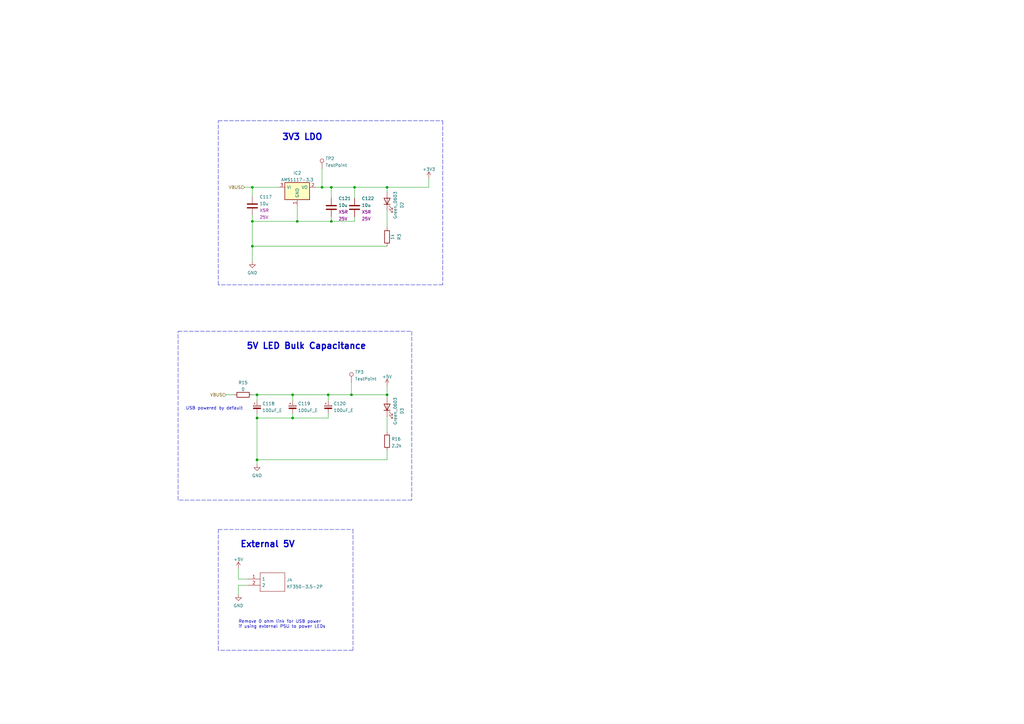
<source format=kicad_sch>
(kicad_sch (version 20211123) (generator eeschema)
  (paper "A3")
  (title_block (title "Masa") (date "2022-12-23") (rev "A"))
  (lib_symbols
    (symbol "Capacitor_JLC:100uF_E" (pin_numbers hide) (pin_names (offset 0.254) hide)
      (property "Reference" "C" (at 0.254 1.778 0))
      (property "Value" "100uF_E" (at 0.254 -2.032 0))
      (symbol "100uF_E_0_1"
        (rectangle (start -1.524 -0.3048) (end 1.524 -0.6858) (fill (type outline)))
        (rectangle (start -1.524 0.6858) (end 1.524 0.3048))
        (polyline (pts (xy -1.27 1.524) (xy -0.762 1.524)))
        (polyline (pts (xy -1.016 1.27) (xy -1.016 1.778)))
      )
      (symbol "100uF_E_1_1"
        (pin passive line (at 0 2.54 270) (length 1.8542) (name "~") (number "1"))
        (pin passive line (at 0 -2.54 90) (length 1.8542) (name "~") (number "2"))
      )
    )
    (symbol "Capacitor_JLC:10u" (pin_numbers hide) (pin_names (offset 0.254))
      (property "Reference" "C" (at 0.635 2.54 0))
      (property "Value" "10u" (at 0.635 -2.54 0))
      (property "Type" "X5R" (at 5.08 2.54 0))
      (property "Voltage" "25V" (at 5.08 0 0))
      (symbol "10u_0_1"
        (polyline (pts (xy -2.032 -0.762) (xy 2.032 -0.762)) (stroke (width 0.508)))
        (polyline (pts (xy -2.032 0.762) (xy 2.032 0.762)) (stroke (width 0.508)))
      )
      (symbol "10u_1_1"
        (pin passive line (at 0 3.81 270) (length 2.794) (name "~") (number "1"))
        (pin passive line (at 0 -3.81 90) (length 2.794) (name "~") (number "2"))
      )
    )
    (symbol "Connector:TestPoint" (pin_numbers hide) (pin_names (offset 0.762) hide)
      (property "Reference" "TP" (at 0 6.858 0))
      (property "Value" "TestPoint" (at 0 5.08 0))
      (symbol "TestPoint_0_1"
        (circle (center 0 3.302) (radius 0.762))
      )
      (symbol "TestPoint_1_1"
        (pin passive line (at 0 0 90) (length 2.54) (name "1") (number "1"))
      )
    )
    (symbol "Connector_JLC:KF350-3.5-2P" (pin_names (offset 0.762))
      (property "Reference" "J" (at 16.51 7.62 0))
      (property "Value" "KF350-3.5-2P" (at 16.51 5.08 0))
      (symbol "KF350-3.5-2P_0_0"
        (pin passive line (at 0 0 0) (length 5.08) (name "1") (number "1"))
        (pin passive line (at 0 -2.54 0) (length 5.08) (name "2") (number "2"))
      )
      (symbol "KF350-3.5-2P_0_1"
        (polyline (pts (xy 5.08 2.54) (xy 15.24 2.54) (xy 15.24 -5.08) (xy 5.08 -5.08) (xy 5.08 2.54)) (stroke (width 0.1524)))
      )
    )
    (symbol "Diode_JLC:Green_0603" (pin_numbers hide) (pin_names (offset 1.016) hide)
      (property "Reference" "D" (at 0 5.08 0))
      (property "Value" "Green_0603" (at 0 3.175 0))
      (symbol "Green_0603_0_1"
        (polyline (pts (xy -1.27 -1.27) (xy -1.27 1.27)) (stroke (width 0.254)))
        (polyline (pts (xy -1.27 0) (xy 1.27 0)))
        (polyline (pts (xy 1.27 -1.27) (xy 1.27 1.27) (xy -1.27 0) (xy 1.27 -1.27)) (stroke (width 0.254)))
        (polyline (pts (xy -3.048 -0.762) (xy -4.572 -2.286) (xy -3.81 -2.286) (xy -4.572 -2.286) (xy -4.572 -1.524)))
        (polyline (pts (xy -1.778 -0.762) (xy -3.302 -2.286) (xy -2.54 -2.286) (xy -3.302 -2.286) (xy -3.302 -1.524)))
      )
      (symbol "Green_0603_1_1"
        (pin passive line (at -3.81 0 0) (length 2.54) (name "K") (number "1"))
        (pin passive line (at 3.81 0 180) (length 2.54) (name "A") (number "2"))
      )
    )
    (symbol "Power-Drivers_JLC:AMS1117-3.3" (pin_names (offset 0.762))
      (property "Reference" "IC" (at 46.99 7.62 0))
      (property "Value" "AMS1117-3.3" (at 41.91 2.54 0))
      (symbol "AMS1117-3.3_0_1"
        (rectangle (start 4.445 -0.635) (end 14.605 6.35) (stroke (width 0.254)) (fill (type background)))
      )
      (symbol "AMS1117-3.3_1_1"
        (pin power_in line (at 9.525 -3.175 90) (length 2.54) (name "GND") (number "1"))
        (pin power_out line (at 17.145 4.445 180) (length 2.54) (name "VO") (number "2"))
        (pin power_in line (at 1.905 4.445 0) (length 2.54) (name "VI") (number "3"))
      )
    )
    (symbol "Resistor_JLC:0" (pin_numbers hide) (pin_names (offset 0))
      (property "Reference" "R" (at 2.032 0 90))
      (property "Value" "0" (at 0 0 90))
      (symbol "0_0_1"
        (rectangle (start -1.016 -2.54) (end 1.016 2.54) (stroke (width 0.254)))
      )
      (symbol "0_1_1"
        (pin passive line (at 0 3.81 270) (length 1.27) (name "~") (number "1"))
        (pin passive line (at 0 -3.81 90) (length 1.27) (name "~") (number "2"))
      )
    )
    (symbol "Resistor_JLC:1k" (pin_numbers hide) (pin_names (offset 0))
      (property "Reference" "R" (at 2.032 0 90))
      (property "Value" "1k" (at 0 0 90))
      (symbol "1k_0_1"
        (rectangle (start -1.016 -2.54) (end 1.016 2.54) (stroke (width 0.254)))
      )
      (symbol "1k_1_1"
        (pin passive line (at 0 3.81 270) (length 1.27) (name "~") (number "1"))
        (pin passive line (at 0 -3.81 90) (length 1.27) (name "~") (number "2"))
      )
    )
    (symbol "Resistor_JLC:2.2k" (pin_numbers hide) (pin_names (offset 0))
      (property "Reference" "R" (at 2.032 0 90))
      (property "Value" "2.2k" (at 0 0 90))
      (symbol "2.2k_0_1"
        (rectangle (start -1.016 -2.54) (end 1.016 2.54) (stroke (width 0.254)))
      )
      (symbol "2.2k_1_1"
        (pin passive line (at 0 3.81 270) (length 1.27) (name "~") (number "1"))
        (pin passive line (at 0 -3.81 90) (length 1.27) (name "~") (number "2"))
      )
    )
    (symbol "power:+3V3" (power) (pin_names (offset 0))
      (property "Value" "+3V3" (at 0 3.556 0))
      (symbol "+3V3_0_1"
        (polyline (pts (xy -0.762 1.27) (xy 0 2.54)))
        (polyline (pts (xy 0 0) (xy 0 2.54)))
        (polyline (pts (xy 0 2.54) (xy 0.762 1.27)))
      )
      (symbol "+3V3_1_1"
        (pin power_in line (at 0 0 90) (length 0) hide (name "+3V3") (number "1"))
      )
    )
    (symbol "power:+5V" (power) (pin_names (offset 0))
      (property "Value" "+5V" (at 0 3.556 0))
      (symbol "+5V_0_1"
        (polyline (pts (xy -0.762 1.27) (xy 0 2.54)))
        (polyline (pts (xy 0 0) (xy 0 2.54)))
        (polyline (pts (xy 0 2.54) (xy 0.762 1.27)))
      )
      (symbol "+5V_1_1"
        (pin power_in line (at 0 0 90) (length 0) hide (name "+5V") (number "1"))
      )
    )
    (symbol "power:GND" (power) (pin_names (offset 0))
      (property "Value" "GND" (at 0 -3.81 0))
      (symbol "GND_0_1"
        (polyline (pts (xy 0 0) (xy 0 -1.27) (xy 1.27 -1.27) (xy 0 -2.54) (xy -1.27 -1.27) (xy 0 -1.27)))
      )
      (symbol "GND_1_1"
        (pin power_in line (at 0 0 270) (length 0) hide (name "GND") (number "1"))
      )
    )
  )
  (junction (at 145.415 76.835))
  (junction (at 121.92 90.805))
  (junction (at 135.89 90.805))
  (junction (at 134.62 161.925))
  (junction (at 103.505 90.805))
  (junction (at 120.015 161.925))
  (junction (at 135.89 76.835))
  (junction (at 132.08 76.835))
  (junction (at 105.41 171.45))
  (junction (at 103.505 76.835))
  (junction (at 105.41 188.595))
  (junction (at 158.75 161.925))
  (junction (at 144.145 161.925))
  (junction (at 105.41 161.925))
  (junction (at 158.75 76.835))
  (junction (at 103.505 100.965))
  (junction (at 120.015 171.45))
  (wire (pts (xy 158.75 86.36) (xy 158.75 93.345)))
  (wire (pts (xy 134.62 169.545) (xy 134.62 171.45)))
  (wire (pts (xy 120.015 169.545) (xy 120.015 171.45)))
  (wire (pts (xy 120.015 171.45) (xy 105.41 171.45)))
  (wire (pts (xy 97.79 240.03) (xy 101.6 240.03)))
  (polyline (pts (xy 89.535 116.84) (xy 89.535 49.53)))
  (polyline (pts (xy 168.91 135.89) (xy 168.91 205.105)))
  (polyline (pts (xy 89.535 266.7) (xy 89.535 217.17)))
  (wire (pts (xy 145.415 76.835) (xy 135.89 76.835)))
  (polyline (pts (xy 89.535 49.53) (xy 181.61 49.53)))
  (polyline (pts (xy 73.025 205.105) (xy 73.025 135.89)))
  (wire (pts (xy 103.505 161.925) (xy 105.41 161.925)))
  (wire (pts (xy 135.89 90.805) (xy 121.92 90.805)))
  (wire (pts (xy 103.505 90.805) (xy 103.505 100.965)))
  (wire (pts (xy 145.415 90.805) (xy 135.89 90.805)))
  (wire (pts (xy 145.415 76.835) (xy 158.75 76.835)))
  (wire (pts (xy 105.41 171.45) (xy 105.41 169.545)))
  (wire (pts (xy 175.895 73.025) (xy 175.895 76.835)))
  (wire (pts (xy 120.015 164.465) (xy 120.015 161.925)))
  (wire (pts (xy 121.92 90.805) (xy 103.505 90.805)))
  (wire (pts (xy 158.75 170.815) (xy 158.75 177.165)))
  (wire (pts (xy 158.75 184.785) (xy 158.75 188.595)))
  (wire (pts (xy 103.505 88.265) (xy 103.505 90.805)))
  (wire (pts (xy 105.41 164.465) (xy 105.41 161.925)))
  (wire (pts (xy 101.6 237.49) (xy 97.79 237.49)))
  (wire (pts (xy 134.62 161.925) (xy 144.145 161.925)))
  (wire (pts (xy 144.145 161.925) (xy 158.75 161.925)))
  (polyline (pts (xy 89.535 217.17) (xy 144.78 217.17)))
  (polyline (pts (xy 73.025 135.89) (xy 168.91 135.89)))
  (wire (pts (xy 103.505 100.965) (xy 103.505 107.315)))
  (wire (pts (xy 144.145 156.845) (xy 144.145 161.925)))
  (wire (pts (xy 97.79 240.03) (xy 97.79 243.84)))
  (wire (pts (xy 145.415 76.835) (xy 145.415 81.28)))
  (polyline (pts (xy 181.61 49.53) (xy 181.61 116.84)))
  (wire (pts (xy 132.08 76.835) (xy 129.54 76.835)))
  (wire (pts (xy 105.41 161.925) (xy 120.015 161.925)))
  (wire (pts (xy 135.89 76.835) (xy 135.89 81.28)))
  (wire (pts (xy 158.75 161.925) (xy 158.75 163.195)))
  (polyline (pts (xy 144.78 266.7) (xy 89.535 266.7)))
  (polyline (pts (xy 181.61 116.84) (xy 89.535 116.84)))
  (wire (pts (xy 97.79 233.045) (xy 97.79 237.49)))
  (wire (pts (xy 135.89 76.835) (xy 132.08 76.835)))
  (wire (pts (xy 135.89 88.9) (xy 135.89 90.805)))
  (wire (pts (xy 100.33 76.835) (xy 103.505 76.835)))
  (wire (pts (xy 134.62 171.45) (xy 120.015 171.45)))
  (polyline (pts (xy 144.78 217.17) (xy 144.78 266.7)))
  (polyline (pts (xy 168.91 205.105) (xy 73.025 205.105)))
  (wire (pts (xy 134.62 161.925) (xy 134.62 164.465)))
  (wire (pts (xy 158.75 76.835) (xy 158.75 78.74)))
  (wire (pts (xy 92.71 161.925) (xy 95.885 161.925)))
  (wire (pts (xy 132.08 69.215) (xy 132.08 76.835)))
  (wire (pts (xy 105.41 171.45) (xy 105.41 188.595)))
  (wire (pts (xy 145.415 88.9) (xy 145.415 90.805)))
  (wire (pts (xy 103.505 76.835) (xy 114.3 76.835)))
  (wire (pts (xy 158.75 76.835) (xy 175.895 76.835)))
  (wire (pts (xy 158.75 158.115) (xy 158.75 161.925)))
  (wire (pts (xy 121.92 84.455) (xy 121.92 90.805)))
  (wire (pts (xy 158.75 100.965) (xy 103.505 100.965)))
  (wire (pts (xy 105.41 188.595) (xy 105.41 190.5)))
  (wire (pts (xy 105.41 188.595) (xy 158.75 188.595)))
  (wire (pts (xy 103.505 76.835) (xy 103.505 80.645)))
  (wire (pts (xy 120.015 161.925) (xy 134.62 161.925)))
  (text "USB powered by default" (at 76.2 168.275 0) (effects (font (size 1.27 1.27)) (justify left bottom)))
  (text "3V3 LDO" (at 115.57 57.785 0) (effects (font (size 2.54 2.54) (thickness 0.508) bold) (justify left bottom)))
  (text "Remove 0 ohm link for USB power \nif using external PSU to power LEDs" (at 97.79 257.81 0) (effects (font (size 1.27 1.27)) (justify left bottom)))
  (text "External 5V" (at 98.425 224.79 0) (effects (font (size 2.54 2.54) (thickness 0.508) bold) (justify left bottom)))
  (text "5V LED Bulk Capacitance" (at 100.965 143.51 0) (effects (font (size 2.54 2.54) (thickness 0.508) bold) (justify left bottom)))
  (hierarchical_label "VBUS" (shape input) (at 92.71 161.925 180))
  (hierarchical_label "VBUS" (shape input) (at 100.33 76.835 180))
  (symbol (lib_id "power:+3V3") (at 175.895 73.025 0) (unit 1)
    (property "Reference" "#PWR0417" (effects hide))
    (property "Value" "+3V3" (at 175.895 69.4205 0))
  )
  (symbol (lib_id "power:GND") (at 103.505 107.315 0) (unit 1)
    (property "Reference" "#PWR0416" (effects hide))
    (property "Value" "GND" (at 103.505 111.8775 0))
  )
  (symbol (lib_id "power:+5V") (at 158.75 158.115 0) (unit 1)
    (property "Reference" "#PWR0420" (effects hide))
    (property "Value" "+5V" (at 158.75 154.5105 0))
  )
  (symbol (lib_id "Connector:TestPoint") (at 132.08 69.215 0) (unit 1)
    (property "Reference" "TP2" (at 133.477 65.0045 0) (effects (justify left)))
    (property "Value" "TestPoint" (at 133.477 67.7796 0) (effects (justify left)))
    (property "Footprint" "TestPoint:TestPoint_THTPad_D1.0mm_Drill0.5mm" (effects hide))
  )
  (symbol (lib_id "power:+5V") (at 97.79 233.045 0) (unit 1)
    (property "Reference" "#PWR0418" (effects hide))
    (property "Value" "+5V" (at 97.79 229.4405 0))
  )
  (symbol (lib_id "Diode_JLC:Green_0603") (at 158.75 82.55 90) (unit 1)
    (property "Reference" "D2" (at 164.8755 84.1375 0))
    (property "Value" "Green_0603" (at 162.1004 84.1375 0))
    (property "Footprint" "LED_SMD:LED_0603_1608Metric" (effects hide))
    (property "Datasheet" "https://datasheet.lcsc.com/lcsc/1811101510_Everlight-Elec-19-217-GHC-YR1S2-3T_C72043.pdf" (effects hide))
    (property "LCSC" "C72043" (effects hide))
  )
  (symbol (lib_id "Power-Drivers_JLC:AMS1117-3.3") (at 112.395 81.28 0) (unit 1)
    (property "Reference" "IC2" (at 121.92 70.9635 0))
    (property "Value" "AMS1117-3.3" (at 121.92 73.7386 0))
    (property "Footprint" "Package_TO_SOT_SMD:SOT-223-3_TabPin2" (effects hide))
    (property "Datasheet" "http://www.advanced-monolithic.com/pdf/ds1117.pdf" (effects hide))
    (property "Description" "1A LOW DROPOUT VOLTAGE REGULATOR, SOT-223" (effects hide))
    (property "Height" "1.8" (effects hide))
    (property "Manufacturer_Name" "Advanced Monolithic Systems" (effects hide))
    (property "Manufacturer_Part_Number" "AMS1117-3.3" (effects hide))
    (property "LCSC" "C6186" (effects hide))
  )
  (symbol (lib_id "Capacitor_JLC:10u") (at 103.505 84.455 0) (unit 1)
    (property "Reference" "C117" (at 106.426 80.7714 0) (effects (justify left)))
    (property "Value" "10u" (at 106.426 83.5465 0) (effects (justify left)))
    (property "Footprint" "Capacitor_SMD:C_0805_2012Metric" (effects hide))
    (property "Type" "X5R" (at 106.426 86.3216 0) (effects (justify left)))
    (property "LCSC" "C15850" (effects hide))
    (property "Voltage" "25V" (at 106.426 89.0967 0) (effects (justify left)))
  )
  (symbol (lib_id "Capacitor_JLC:10u") (at 145.415 85.09 0) (unit 1)
    (property "Reference" "C122" (at 148.336 81.4064 0) (effects (justify left)))
    (property "Value" "10u" (at 148.336 84.1815 0) (effects (justify left)))
    (property "Footprint" "Capacitor_SMD:C_0805_2012Metric" (effects hide))
    (property "Type" "X5R" (at 148.336 86.9566 0) (effects (justify left)))
    (property "LCSC" "C15850" (effects hide))
    (property "Voltage" "25V" (at 148.336 89.7317 0) (effects (justify left)))
  )
  (symbol (lib_id "Capacitor_JLC:100uF_E") (at 105.41 167.005 0) (unit 1)
    (property "Reference" "C118" (at 107.569 165.5504 0) (effects (justify left)))
    (property "Value" "100uF_E" (at 107.569 168.3255 0) (effects (justify left)))
    (property "Footprint" "Capacitor_SMD:CP_Elec_6.3x7.7" (effects hide))
    (property "LCSC" "C127971" (effects hide))
    (property "Rating" "25V" (effects hide))
  )
  (symbol (lib_id "Connector_JLC:KF350-3.5-2P") (at 101.6 237.49 0) (unit 1)
    (property "Reference" "J4" (at 117.5512 237.8515 0) (effects (justify left)))
    (property "Value" "KF350-3.5-2P" (at 117.5512 240.6266 0) (effects (justify left)))
    (property "Footprint" "KF350352P" (effects hide))
    (property "Datasheet" "https://datasheet.lcsc.com/szlcsc/2001160007_Cixi-Kefa-Elec-KF350-3-5-2P_C474892.pdf" (effects hide))
    (property "Description" "P=3.5mm Screw terminal RoHS 2 Pos" (effects hide))
    (property "Height" "8.8" (effects hide))
    (property "Manufacturer_Name" "CIXI KEFA ELECTRONICS" (effects hide))
    (property "Manufacturer_Part_Number" "KF350-3.5-2P" (effects hide))
    (property "LCSC" "C474892" (effects hide))
  )
  (symbol (lib_id "Capacitor_JLC:10u") (at 135.89 85.09 0) (unit 1)
    (property "Reference" "C121" (at 138.811 81.4064 0) (effects (justify left)))
    (property "Value" "10u" (at 138.811 84.1815 0) (effects (justify left)))
    (property "Footprint" "Capacitor_SMD:C_0805_2012Metric" (effects hide))
    (property "Type" "X5R" (at 138.811 86.9566 0) (effects (justify left)))
    (property "LCSC" "C15850" (effects hide))
    (property "Voltage" "25V" (at 138.811 89.7317 0) (effects (justify left)))
  )
  (symbol (lib_id "power:GND") (at 105.41 190.5 0) (unit 1)
    (property "Reference" "#PWR0421" (effects hide))
    (property "Value" "GND" (at 105.41 195.0625 0))
  )
  (symbol (lib_id "Resistor_JLC:0") (at 99.695 161.925 90) (unit 1)
    (property "Reference" "R15" (at 99.695 156.9425 90))
    (property "Value" "0" (at 99.695 159.7176 90))
    (property "Footprint" "Resistor_SMD:R_0805_2012Metric_Pad1.20x1.40mm_HandSolder" (effects hide))
    (property "LCSC" "C17477" (effects hide))
  )
  (symbol (lib_id "power:GND") (at 97.79 243.84 0) (unit 1)
    (property "Reference" "#PWR0419" (effects hide))
    (property "Value" "GND" (at 97.79 248.4025 0))
  )
  (symbol (lib_id "Resistor_JLC:2.2k") (at 158.75 180.975 0) (unit 1)
    (property "Reference" "R16" (at 160.528 180.0665 0) (effects (justify left)))
    (property "Value" "2.2k" (at 160.528 182.8416 0) (effects (justify left)))
    (property "Footprint" "Resistor_SMD:R_0402_1005Metric" (effects hide))
    (property "LCSC" "C25879" (effects hide))
  )
  (symbol (lib_id "Diode_JLC:Green_0603") (at 158.75 167.005 90) (unit 1)
    (property "Reference" "D3" (at 164.8755 168.5925 0))
    (property "Value" "Green_0603" (at 162.1004 168.5925 0))
    (property "Footprint" "LED_SMD:LED_0603_1608Metric" (effects hide))
    (property "Datasheet" "https://datasheet.lcsc.com/lcsc/1811101510_Everlight-Elec-19-217-GHC-YR1S2-3T_C72043.pdf" (effects hide))
    (property "LCSC" "C72043" (effects hide))
  )
  (symbol (lib_id "Capacitor_JLC:100uF_E") (at 120.015 167.005 0) (unit 1)
    (property "Reference" "C119" (at 122.174 165.5504 0) (effects (justify left)))
    (property "Value" "100uF_E" (at 122.174 168.3255 0) (effects (justify left)))
    (property "Footprint" "Capacitor_SMD:CP_Elec_6.3x7.7" (effects hide))
    (property "LCSC" "C127971" (effects hide))
    (property "Rating" "25V" (effects hide))
  )
  (symbol (lib_id "Connector:TestPoint") (at 144.145 156.845 0) (unit 1)
    (property "Reference" "TP3" (at 145.542 152.6345 0) (effects (justify left)))
    (property "Value" "TestPoint" (at 145.542 155.4096 0) (effects (justify left)))
    (property "Footprint" "TestPoint:TestPoint_THTPad_D1.0mm_Drill0.5mm" (effects hide))
  )
  (symbol (lib_id "Capacitor_JLC:100uF_E") (at 134.62 167.005 0) (unit 1)
    (property "Reference" "C120" (at 136.779 165.5504 0) (effects (justify left)))
    (property "Value" "100uF_E" (at 136.779 168.3255 0) (effects (justify left)))
    (property "Footprint" "Capacitor_SMD:CP_Elec_6.3x7.7" (effects hide))
    (property "LCSC" "C127971" (effects hide))
    (property "Rating" "25V" (effects hide))
  )
  (symbol (lib_id "Resistor_JLC:1k") (at 158.75 97.155 0) (unit 1)
    (property "Reference" "R3" (at 163.7325 97.155 90))
    (property "Value" "1k" (at 160.9574 97.155 90))
    (property "Footprint" "Resistor_SMD:R_0402_1005Metric" (effects hide))
    (property "LCSC" "C11702" (effects hide))
  )
)
</source>
